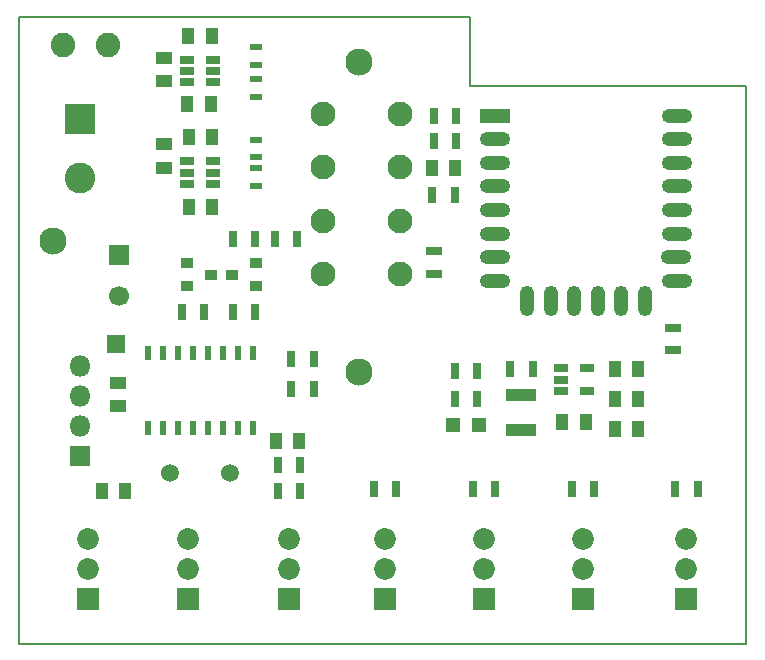
<source format=gbr>
%TF.GenerationSoftware,KiCad,Pcbnew,4.0.7-e2-6376~58~ubuntu16.04.1*%
%TF.CreationDate,2018-03-12T18:00:00+01:00*%
%TF.ProjectId,SLAMP-WiFi,534C414D502D576946692E6B69636164,rev?*%
%TF.FileFunction,Soldermask,Top*%
%FSLAX46Y46*%
G04 Gerber Fmt 4.6, Leading zero omitted, Abs format (unit mm)*
G04 Created by KiCad (PCBNEW 4.0.7-e2-6376~58~ubuntu16.04.1) date Mon Mar 12 18:00:00 2018*
%MOMM*%
%LPD*%
G01*
G04 APERTURE LIST*
%ADD10C,0.127000*%
%ADD11C,2.300000*%
%ADD12R,1.000000X0.900000*%
%ADD13R,1.600000X1.600000*%
%ADD14R,2.600000X1.200000*%
%ADD15O,2.600000X1.200000*%
%ADD16O,1.200000X2.600000*%
%ADD17R,0.800000X1.400000*%
%ADD18R,1.100000X1.350000*%
%ADD19R,1.350000X1.100000*%
%ADD20R,1.700000X1.700000*%
%ADD21C,1.700000*%
%ADD22R,2.600000X1.100000*%
%ADD23R,1.300000X1.300000*%
%ADD24R,2.600000X2.600000*%
%ADD25C,2.600000*%
%ADD26R,1.800000X1.800000*%
%ADD27O,1.800000X1.800000*%
%ADD28R,1.400000X0.800000*%
%ADD29R,1.160000X0.750000*%
%ADD30R,0.608000X1.243000*%
%ADD31C,1.522400*%
%ADD32R,1.850000X1.850000*%
%ADD33C,1.850000*%
%ADD34C,2.100000*%
%ADD35R,1.000000X0.600000*%
%ADD36C,2.082800*%
G04 APERTURE END LIST*
D10*
X143637000Y-54991000D02*
X143637000Y-56769000D01*
X181864000Y-54991000D02*
X143637000Y-54991000D01*
X181864000Y-56769000D02*
X181864000Y-54991000D01*
X143637000Y-56769000D02*
X143637000Y-60833000D01*
X181864000Y-58166000D02*
X181864000Y-56769000D01*
X181864000Y-60833000D02*
X181864000Y-58166000D01*
X201041000Y-60833000D02*
X181864000Y-60833000D01*
X143637000Y-108077000D02*
X143637000Y-60833000D01*
X205232000Y-108077000D02*
X143637000Y-108077000D01*
X205232000Y-60833000D02*
X205232000Y-108077000D01*
X201041000Y-60833000D02*
X205232000Y-60833000D01*
D11*
X146558000Y-74015600D03*
D12*
X157877000Y-75885000D03*
X157877000Y-77785000D03*
X159877000Y-76835000D03*
D13*
X151892000Y-82677000D03*
D14*
X183958000Y-63373000D03*
D15*
X183958000Y-65373000D03*
X183958000Y-67373000D03*
X183958000Y-69373000D03*
X183958000Y-71373000D03*
X183958000Y-73373000D03*
X183958000Y-75373000D03*
X183958000Y-77373000D03*
X199358000Y-77373000D03*
X199258000Y-75373000D03*
X199358000Y-73373000D03*
X199358000Y-71373000D03*
X199358000Y-69373000D03*
X199358000Y-67373000D03*
X199358000Y-65373000D03*
X199358000Y-63373000D03*
D16*
X186648000Y-79073000D03*
X188648000Y-79073000D03*
X190648000Y-79073000D03*
X192648000Y-79073000D03*
X194648000Y-79073000D03*
X196648000Y-79073000D03*
D17*
X157419000Y-80010000D03*
X159319000Y-80010000D03*
D18*
X189627000Y-89281000D03*
X191627000Y-89281000D03*
X152638000Y-95123000D03*
X150638000Y-95123000D03*
D19*
X152019000Y-85995000D03*
X152019000Y-87995000D03*
D18*
X165370000Y-90932000D03*
X167370000Y-90932000D03*
X194072000Y-89916000D03*
X196072000Y-89916000D03*
D20*
X152146000Y-75184000D03*
D21*
X152146000Y-78684000D03*
D18*
X194072000Y-84836000D03*
X196072000Y-84836000D03*
X194072000Y-87376000D03*
X196072000Y-87376000D03*
D22*
X186182000Y-87019000D03*
X186182000Y-90019000D03*
D18*
X180578000Y-67818000D03*
X178578000Y-67818000D03*
D23*
X180383000Y-89535000D03*
X182583000Y-89535000D03*
D24*
X148844000Y-63627000D03*
D25*
X148844000Y-68627000D03*
D26*
X148844000Y-92202000D03*
D27*
X148844000Y-89662000D03*
X148844000Y-87122000D03*
X148844000Y-84582000D03*
D12*
X163687000Y-77785000D03*
X163687000Y-75885000D03*
X161687000Y-76835000D03*
D17*
X166690000Y-83947000D03*
X168590000Y-83947000D03*
X166690000Y-86487000D03*
X168590000Y-86487000D03*
X175575000Y-94996000D03*
X173675000Y-94996000D03*
X161737000Y-73787000D03*
X163637000Y-73787000D03*
X165547000Y-92964000D03*
X167447000Y-92964000D03*
X167193000Y-73787000D03*
X165293000Y-73787000D03*
X180655000Y-65532000D03*
X178755000Y-65532000D03*
D28*
X199009000Y-81346000D03*
X199009000Y-83246000D03*
D17*
X199202000Y-94996000D03*
X201102000Y-94996000D03*
X190439000Y-94996000D03*
X192339000Y-94996000D03*
X182057000Y-94996000D03*
X183957000Y-94996000D03*
X165547000Y-95123000D03*
X167447000Y-95123000D03*
X180533000Y-84963000D03*
X182433000Y-84963000D03*
X185232000Y-84836000D03*
X187132000Y-84836000D03*
X182433000Y-87376000D03*
X180533000Y-87376000D03*
X180528000Y-70104000D03*
X178628000Y-70104000D03*
X163637000Y-80010000D03*
X161737000Y-80010000D03*
X180655000Y-63373000D03*
X178755000Y-63373000D03*
D28*
X178816000Y-74869000D03*
X178816000Y-76769000D03*
D29*
X189527000Y-84775000D03*
X189527000Y-85725000D03*
X189527000Y-86675000D03*
X191727000Y-86675000D03*
X191727000Y-84775000D03*
D30*
X154559000Y-83439000D03*
X157099000Y-83439000D03*
X158369000Y-83439000D03*
X159639000Y-83439000D03*
X160909000Y-83439000D03*
X162179000Y-83439000D03*
X163449000Y-83439000D03*
X163449000Y-89789000D03*
X162179000Y-89789000D03*
X160909000Y-89789000D03*
X159639000Y-89789000D03*
X158369000Y-89789000D03*
X157099000Y-89789000D03*
X155829000Y-89789000D03*
X154559000Y-89789000D03*
X155829000Y-83439000D03*
D31*
X156464000Y-93599000D03*
X161544000Y-93599000D03*
D32*
X149479000Y-104267000D03*
D33*
X149479000Y-101767000D03*
X149479000Y-99267000D03*
D32*
X157988000Y-104267000D03*
D33*
X157988000Y-101767000D03*
X157988000Y-99267000D03*
D32*
X200152000Y-104267000D03*
D33*
X200152000Y-101767000D03*
X200152000Y-99267000D03*
D32*
X191389000Y-104267000D03*
D33*
X191389000Y-101767000D03*
X191389000Y-99267000D03*
D32*
X183007000Y-104267000D03*
D33*
X183007000Y-101767000D03*
X183007000Y-99267000D03*
D32*
X174625000Y-104267000D03*
D33*
X174625000Y-101767000D03*
X174625000Y-99267000D03*
D32*
X166497000Y-104267000D03*
D33*
X166497000Y-101767000D03*
X166497000Y-99267000D03*
D34*
X169418000Y-67746000D03*
X169418000Y-63246000D03*
X175918000Y-67746000D03*
X175918000Y-63246000D03*
X169418000Y-76763000D03*
X169418000Y-72263000D03*
X175918000Y-76763000D03*
X175918000Y-72263000D03*
D19*
X155956000Y-67802000D03*
X155956000Y-65802000D03*
D18*
X160004000Y-71120000D03*
X158004000Y-71120000D03*
X160004000Y-65151000D03*
X158004000Y-65151000D03*
D19*
X155905200Y-60486800D03*
X155905200Y-58486800D03*
D18*
X159902400Y-62433200D03*
X157902400Y-62433200D03*
X159953200Y-56642000D03*
X157953200Y-56642000D03*
D35*
X163703000Y-65417000D03*
X163703000Y-66917000D03*
X163703000Y-69330000D03*
X163703000Y-67830000D03*
X163677600Y-57568400D03*
X163677600Y-59068400D03*
X163677600Y-61811600D03*
X163677600Y-60311600D03*
D36*
X147370800Y-57404000D03*
X151180800Y-57404000D03*
D29*
X157904000Y-67249000D03*
X157904000Y-68199000D03*
X157904000Y-69149000D03*
X160104000Y-69149000D03*
X160104000Y-67249000D03*
X160104000Y-68199000D03*
X157904000Y-58638400D03*
X157904000Y-59588400D03*
X157904000Y-60538400D03*
X160104000Y-60538400D03*
X160104000Y-58638400D03*
X160104000Y-59588400D03*
D11*
X172466000Y-85090000D03*
X172466000Y-58877200D03*
M02*

</source>
